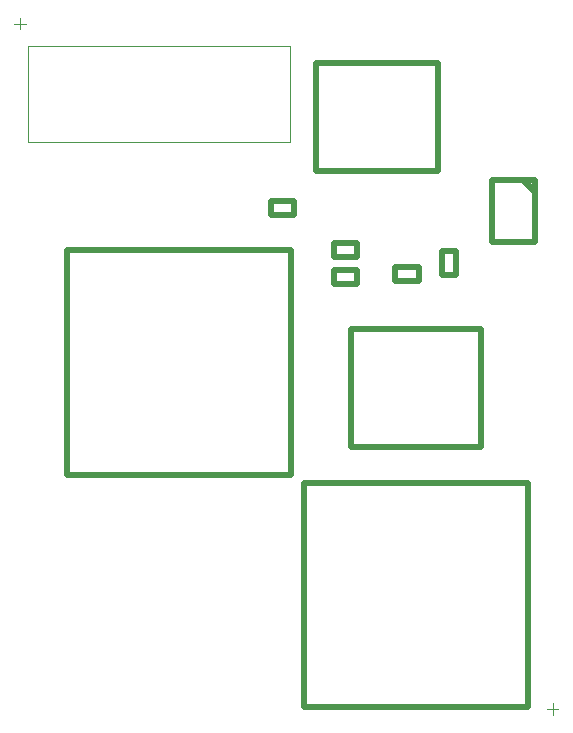
<source format=gbr>
%TF.GenerationSoftware,Altium Limited,Altium Designer,21.1.1 (26)*%
G04 Layer_Color=32768*
%FSLAX42Y42*%
%MOMM*%
%TF.SameCoordinates,4B38A6DA-841C-4E6F-8FC0-14FCB5F023F9*%
%TF.FilePolarity,Positive*%
%TF.FileFunction,Other,Mechanical_15*%
%TF.Part,Single*%
G01*
G75*
%TA.AperFunction,NonConductor*%
%ADD20C,0.51*%
%ADD44C,0.05*%
%ADD45C,0.10*%
D20*
X10919Y5603D02*
Y7503D01*
X9019Y5603D02*
X10919D01*
X9019D02*
Y7503D01*
X10919D01*
X10186Y9466D02*
X10311D01*
X10186Y9266D02*
Y9466D01*
Y9266D02*
X10311D01*
Y9466D01*
X8913Y7572D02*
Y9472D01*
X7013Y7572D02*
X8913D01*
X7013D02*
Y9472D01*
X8913D01*
X10519Y7806D02*
Y8806D01*
X9419D02*
X10519D01*
X9419Y7806D02*
Y8806D01*
Y7806D02*
X10519D01*
X9273Y9537D02*
X9473D01*
Y9412D02*
Y9537D01*
X9273Y9412D02*
X9473D01*
X9273D02*
Y9537D01*
Y9183D02*
X9473D01*
X9273D02*
Y9308D01*
X9473D01*
Y9183D02*
Y9308D01*
X9126Y10141D02*
Y11056D01*
Y10141D02*
X10152D01*
Y11056D01*
X9126D02*
X10152D01*
X10976Y9540D02*
Y10067D01*
X10614Y9540D02*
X10976D01*
X10614D02*
Y10067D01*
X10976D01*
X10874D02*
X10976Y9964D01*
X8739Y9767D02*
X8939D01*
X8739D02*
Y9892D01*
X8939D01*
Y9767D02*
Y9892D01*
X9793Y9333D02*
X9993D01*
Y9208D02*
Y9333D01*
X9793Y9208D02*
X9993D01*
X9793D02*
Y9333D01*
D44*
X6684Y11200D02*
X8902D01*
X6684Y10390D02*
Y11200D01*
Y10390D02*
X8902D01*
Y11200D01*
D45*
X6617Y11342D02*
Y11442D01*
X6567Y11392D02*
X6667D01*
X11125Y5538D02*
Y5638D01*
X11075Y5588D02*
X11175D01*
%TF.MD5,d175cc40ce487ffb51952f55181b8dbe*%
M02*

</source>
